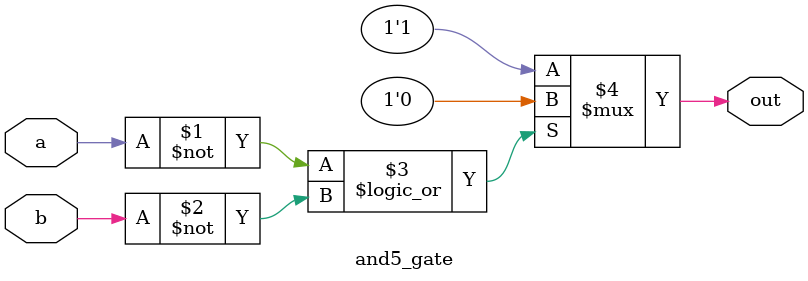
<source format=v>
module and5_gate (
  input a,
  input b,
  output out
);

  assign out = (a == 1'b0 || b == 1'b0) ? 1'b0 : 1'b1;

endmodule
</source>
